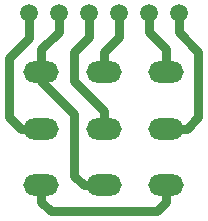
<source format=gbr>
%TF.GenerationSoftware,KiCad,Pcbnew,(5.1.6)-1*%
%TF.CreationDate,2021-08-15T21:21:47-04:00*%
%TF.ProjectId,3pdt-true-bypass,33706474-2d74-4727-9565-2d6279706173,rev?*%
%TF.SameCoordinates,Original*%
%TF.FileFunction,Copper,L1,Top*%
%TF.FilePolarity,Positive*%
%FSLAX46Y46*%
G04 Gerber Fmt 4.6, Leading zero omitted, Abs format (unit mm)*
G04 Created by KiCad (PCBNEW (5.1.6)-1) date 2021-08-15 21:21:47*
%MOMM*%
%LPD*%
G01*
G04 APERTURE LIST*
%TA.AperFunction,ComponentPad*%
%ADD10O,3.000000X1.800000*%
%TD*%
%TA.AperFunction,ComponentPad*%
%ADD11C,1.500000*%
%TD*%
%TA.AperFunction,Conductor*%
%ADD12C,0.750000*%
%TD*%
G04 APERTURE END LIST*
D10*
%TO.P,SW1,4*%
%TO.N,Net-(J1-Pad4)*%
X152300001Y-85040001D03*
%TO.P,SW1,5*%
%TO.N,Net-(J1-Pad3)*%
X152300001Y-89840001D03*
%TO.P,SW1,6*%
%TO.N,Net-(J1-Pad2)*%
X152300001Y-94640001D03*
%TO.P,SW1,1*%
X147000001Y-85040001D03*
%TO.P,SW1,2*%
%TO.N,Net-(J1-Pad1)*%
X147000001Y-89840001D03*
%TO.P,SW1,3*%
%TO.N,Net-(SW1-Pad3)*%
X147000001Y-94640001D03*
%TO.P,SW1,7*%
%TO.N,Net-(J1-Pad5)*%
X157600001Y-85040001D03*
%TO.P,SW1,8*%
%TO.N,Net-(J1-Pad6)*%
X157600001Y-89840001D03*
%TO.P,SW1,9*%
%TO.N,Net-(SW1-Pad3)*%
X157600001Y-94640001D03*
%TD*%
D11*
%TO.P,J1,1*%
%TO.N,Net-(J1-Pad1)*%
X145950001Y-80090001D03*
%TO.P,J1,2*%
%TO.N,Net-(J1-Pad2)*%
X148490001Y-80090001D03*
%TO.P,J1,3*%
%TO.N,Net-(J1-Pad3)*%
X151030001Y-80090001D03*
%TO.P,J1,4*%
%TO.N,Net-(J1-Pad4)*%
X153570001Y-80090001D03*
%TO.P,J1,5*%
%TO.N,Net-(J1-Pad5)*%
X156110001Y-80090001D03*
%TO.P,J1,6*%
%TO.N,Net-(J1-Pad6)*%
X158650001Y-80090001D03*
%TD*%
D12*
%TO.N,Net-(J1-Pad1)*%
X146050000Y-80240000D02*
X145950001Y-80339999D01*
X144300001Y-88840001D02*
X145300001Y-89840001D01*
X144300001Y-83840001D02*
X144300001Y-88840001D01*
X145300001Y-89840001D02*
X147000001Y-89840001D01*
X145950001Y-80240000D02*
X145950001Y-82190001D01*
X145950001Y-82190001D02*
X144300001Y-83840001D01*
%TO.N,Net-(J1-Pad2)*%
X148590000Y-80240000D02*
X148490001Y-80339999D01*
X150600001Y-94640001D02*
X152300001Y-94640001D01*
X149800001Y-93840001D02*
X150600001Y-94640001D01*
X147000001Y-85040001D02*
X147000001Y-85790001D01*
X149800001Y-88590001D02*
X149800001Y-93840001D01*
X147000001Y-85790001D02*
X149800001Y-88590001D01*
X147000001Y-83140001D02*
X147000001Y-85040001D01*
X148490001Y-80240000D02*
X148490001Y-81650001D01*
X148490001Y-81650001D02*
X147000001Y-83140001D01*
%TO.N,Net-(J1-Pad3)*%
X151130000Y-80240000D02*
X151030001Y-80339999D01*
X152300001Y-88340001D02*
X152300001Y-89840001D01*
X149800001Y-85840001D02*
X152300001Y-88340001D01*
X149800001Y-83340001D02*
X149800001Y-85840001D01*
X151030001Y-80240000D02*
X151030001Y-82110001D01*
X151030001Y-82110001D02*
X149800001Y-83340001D01*
%TO.N,Net-(J1-Pad4)*%
X153670000Y-80240000D02*
X153570001Y-80339999D01*
X152300001Y-83340001D02*
X152300001Y-85040001D01*
X153570001Y-80240000D02*
X153570001Y-82070001D01*
X153570001Y-82070001D02*
X152300001Y-83340001D01*
%TO.N,Net-(J1-Pad5)*%
X156210000Y-80240000D02*
X156110001Y-80339999D01*
X157600001Y-83140001D02*
X157600001Y-85040001D01*
X156110001Y-80240000D02*
X156110001Y-81650001D01*
X156110001Y-81650001D02*
X157600001Y-83140001D01*
%TO.N,Net-(J1-Pad6)*%
X158750000Y-80240000D02*
X158650001Y-80339999D01*
X159300001Y-89840001D02*
X157600001Y-89840001D01*
X160300001Y-88840001D02*
X159300001Y-89840001D01*
X160300001Y-83340001D02*
X160300001Y-88840001D01*
X158650001Y-80240000D02*
X158650001Y-81690001D01*
X158650001Y-81690001D02*
X160300001Y-83340001D01*
%TO.N,Net-(SW1-Pad3)*%
X157600001Y-96040001D02*
X157600001Y-94640001D01*
X156800001Y-96840001D02*
X157600001Y-96040001D01*
X147800001Y-96840001D02*
X156800001Y-96840001D01*
X147000001Y-94640001D02*
X147000001Y-96040001D01*
X147000001Y-96040001D02*
X147800001Y-96840001D01*
%TD*%
M02*

</source>
